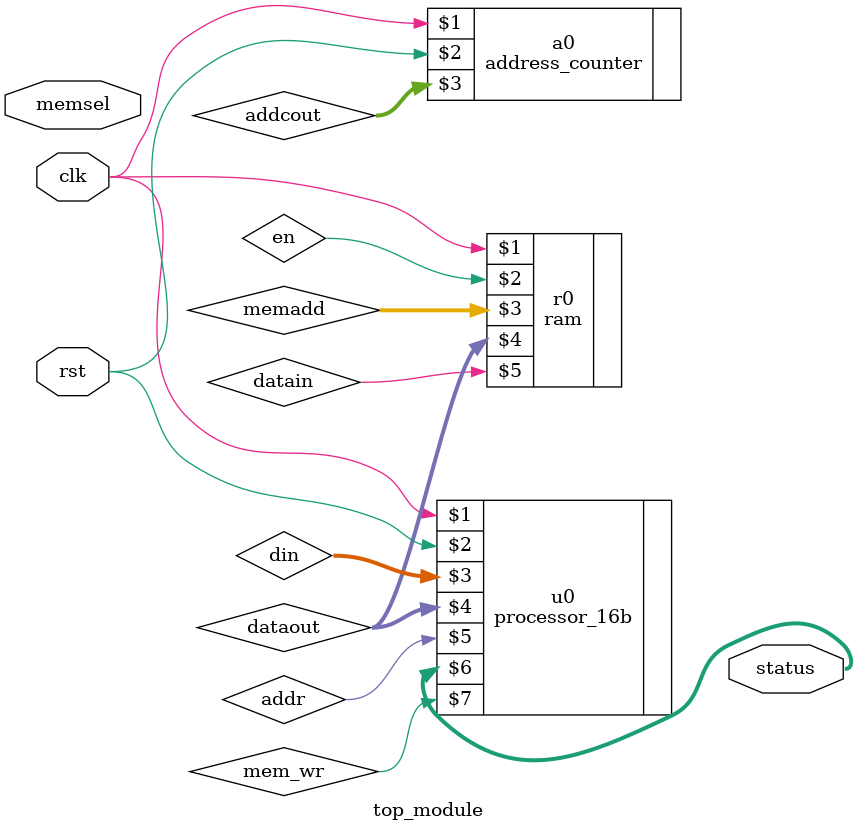
<source format=v>
`timescale 1ns / 1ps


module top_module(
input clk, rst, memsel,
output [7:0] status
    );
wire [15:0] dataout, address, din, memadd, addcout;

processor_16b u0(clk, rst, din, dataout, addr, status, mem_wr);

ram r0(clk, en, memadd, dataout, datain);

address_counter a0(clk, rst, addcout); 

assign mem_add = (memsel) ? addcout : addr;

endmodule

</source>
